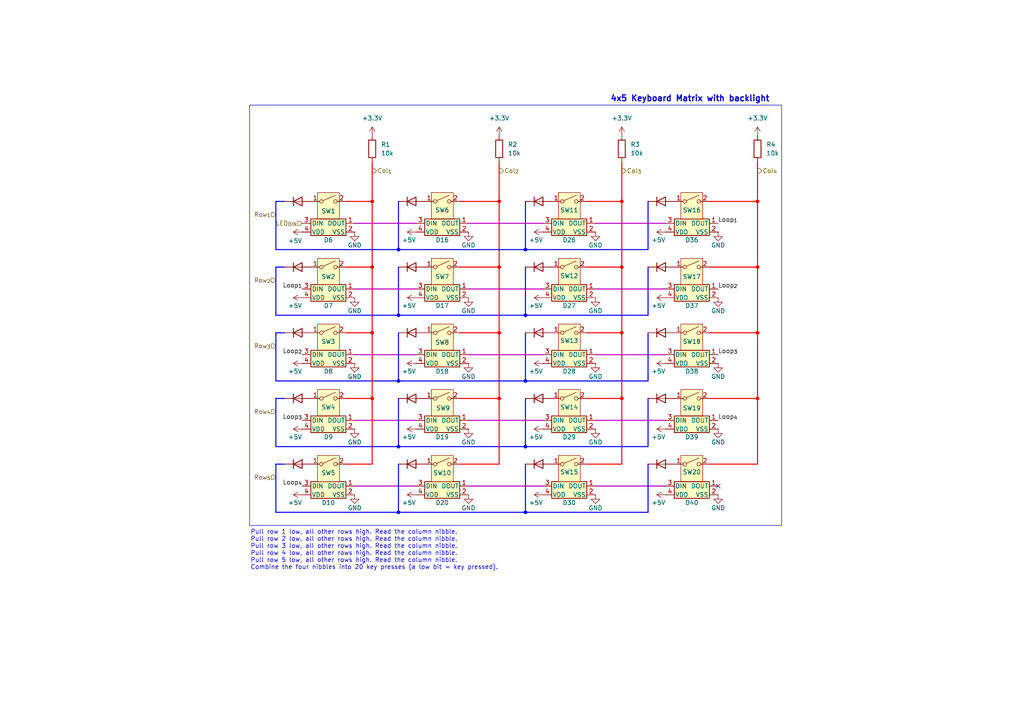
<source format=kicad_sch>
(kicad_sch (version 20231120) (generator "eeschema") (generator_version "8.0")
  (paper "A4")
  (lib_symbols
    (symbol "Device:D" (pin_numbers hide) (pin_names (offset 1.016) hide)
      (property "Reference" "D" (at 0 2.54 0))
      (property "Value" "D" (at 0 -2.54 0))
      (symbol "D_0_1"
        (polyline (pts (xy -1.27 1.27) (xy -1.27 -1.27)) (stroke (width 0.254)))
        (polyline (pts (xy 1.27 0) (xy -1.27 0)))
        (polyline (pts (xy 1.27 1.27) (xy 1.27 -1.27) (xy -1.27 0) (xy 1.27 1.27)) (stroke (width 0.254)))
      )
      (symbol "D_1_1"
        (pin passive line (at -3.81 0 0) (length 2.54) (name "K") (number "1"))
        (pin passive line (at 3.81 0 180) (length 2.54) (name "A") (number "2"))
      )
    )
    (symbol "Device:R" (pin_numbers hide) (pin_names (offset 0))
      (property "Reference" "R" (at 2.032 0 90))
      (property "Value" "R" (at 0 0 90))
      (symbol "R_0_1"
        (rectangle (start -1.016 -2.54) (end 1.016 2.54) (stroke (width 0.254)))
      )
      (symbol "R_1_1"
        (pin passive line (at 0 3.81 270) (length 1.27) (name "~") (number "1"))
        (pin passive line (at 0 -3.81 90) (length 1.27) (name "~") (number "2"))
      )
    )
    (symbol "LED:SK6805" (pin_names (offset 0.254))
      (property "Reference" "D" (at 0 3.302 0))
      (property "Value" "SK6805" (at -4.572 -2.794 0))
      (symbol "SK6805_0_1"
        (rectangle (start -5.08 2.54) (end 5.08 -2.286) (stroke (width 0.254)) (fill (type background)))
      )
      (symbol "SK6805_1_1"
        (pin output line (at 7.62 1.27 180) (length 2.54) (name "DOUT") (number "1"))
        (pin power_in line (at 7.62 -1.27 180) (length 2.54) (name "VSS") (number "2"))
        (pin input line (at -7.62 1.27 0) (length 2.54) (name "DIN") (number "3"))
        (pin power_in line (at -7.62 -1.27 0) (length 2.54) (name "VDD") (number "4"))
      )
    )
    (symbol "Switch:SW_SPST_ALT" (pin_names (offset 1.016) hide)
      (property "Reference" "SW" (at 0 6.35 0))
      (property "Value" "SW_SPST" (at 0 -3.81 0))
      (symbol "SW_SPST_ALT_0_1"
        (circle (center -2.032 2.54) (radius 0.508))
        (polyline (pts (xy -1.524 2.794) (xy 2.032 4.318)))
        (circle (center 2.032 2.54) (radius 0.508))
        (pin passive line (at -5.08 2.54 0) (length 2.54) (name "1") (number "1"))
        (pin passive line (at 5.08 2.54 180) (length 2.54) (name "2") (number "2"))
      )
      (symbol "SW_SPST_ALT_1_1"
        (rectangle (start -3.175 5.08) (end 3.175 -2.54) (fill (type background)))
      )
    )
    (symbol "power:+3.3V" (power) (pin_numbers hide) (pin_names (offset 0) hide)
      (property "Value" "+3.3V" (at 0 3.556 0))
      (symbol "+3.3V_0_1"
        (polyline (pts (xy -0.762 1.27) (xy 0 2.54)))
        (polyline (pts (xy 0 0) (xy 0 2.54)))
        (polyline (pts (xy 0 2.54) (xy 0.762 1.27)))
      )
      (symbol "+3.3V_1_1"
        (pin power_in line (at 0 0 90) (length 0) (name "~") (number "1"))
      )
    )
    (symbol "power:+5V" (power) (pin_numbers hide) (pin_names (offset 0) hide)
      (property "Value" "+5V" (at 0 3.556 0))
      (symbol "+5V_0_1"
        (polyline (pts (xy -0.762 1.27) (xy 0 2.54)))
        (polyline (pts (xy 0 0) (xy 0 2.54)))
        (polyline (pts (xy 0 2.54) (xy 0.762 1.27)))
      )
      (symbol "+5V_1_1"
        (pin power_in line (at 0 0 90) (length 0) (name "~") (number "1"))
      )
    )
    (symbol "power:GND" (power) (pin_numbers hide) (pin_names (offset 0) hide)
      (property "Value" "GND" (at 0 -3.81 0))
      (symbol "GND_0_1"
        (polyline (pts (xy 0 0) (xy 0 -1.27) (xy 1.27 -1.27) (xy 0 -2.54) (xy -1.27 -1.27) (xy 0 -1.27)))
      )
      (symbol "GND_1_1"
        (pin power_in line (at 0 0 270) (length 0) (name "~") (number "1"))
      )
    )
  )
  (junction (at 144.78 96.52) (color 255 0 0 1))
  (junction (at 180.34 58.42) (color 255 0 0 1))
  (junction (at 152.4 91.44) (color 0 0 255 1))
  (junction (at 115.57 91.44) (color 0 0 255 1))
  (junction (at 144.78 77.47) (color 255 0 0 1))
  (junction (at 115.57 148.59) (color 0 0 255 1))
  (junction (at 115.57 72.39) (color 0 0 255 1))
  (junction (at 152.4 129.54) (color 0 0 255 1))
  (junction (at 107.95 58.42) (color 255 0 0 1))
  (junction (at 219.71 58.42) (color 255 0 0 1))
  (junction (at 180.34 115.57) (color 255 0 0 1))
  (junction (at 115.57 129.54) (color 0 0 255 1))
  (junction (at 115.57 110.49) (color 0 0 255 1))
  (junction (at 219.71 96.52) (color 255 0 0 1))
  (junction (at 144.78 58.42) (color 255 0 0 1))
  (junction (at 152.4 148.59) (color 0 0 255 1))
  (junction (at 180.34 77.47) (color 255 0 0 1))
  (junction (at 152.4 110.49) (color 0 0 255 1))
  (junction (at 107.95 96.52) (color 255 0 0 1))
  (junction (at 107.95 115.57) (color 255 0 0 1))
  (junction (at 152.4 72.39) (color 0 0 255 1))
  (junction (at 219.71 77.47) (color 255 0 0 1))
  (junction (at 107.95 77.47) (color 255 0 0 1))
  (junction (at 180.34 96.52) (color 255 0 0 1))
  (junction (at 219.71 115.57) (color 255 0 0 1))
  (junction (at 144.78 115.57) (color 255 0 0 1))
  (no_connect (at 208.28 140.97))
  (wire (pts (xy 187.96 134.62) (xy 187.96 148.59)) (stroke (width 0.3) (color 0 0 255 1)))
  (wire (pts (xy 115.57 148.59) (xy 152.4 148.59)) (stroke (width 0.3) (color 0 0 255 1)))
  (wire (pts (xy 170.18 115.57) (xy 180.34 115.57)) (stroke (width 0.3) (color 255 0 0 1)))
  (wire (pts (xy 80.01 96.52) (xy 80.01 110.49)) (stroke (width 0.3) (color 0 0 255 1)))
  (wire (pts (xy 107.95 58.42) (xy 107.95 77.47)) (stroke (width 0.3) (color 255 0 0 1)))
  (wire (pts (xy 115.57 58.42) (xy 115.57 72.39)) (stroke (width 0.3) (color 0 0 255 1)))
  (wire (pts (xy 180.34 77.47) (xy 180.34 96.52)) (stroke (width 0.3) (color 255 0 0 1)))
  (wire (pts (xy 107.95 96.52) (xy 107.95 115.57)) (stroke (width 0.3) (color 255 0 0 1)))
  (wire (pts (xy 172.72 64.77) (xy 193.04 64.77)) (stroke (width 0.3) (color 194 0 194 1)))
  (wire (pts (xy 172.72 102.87) (xy 193.04 102.87)) (stroke (width 0.3) (color 194 0 194 1)))
  (wire (pts (xy 152.4 72.39) (xy 187.96 72.39)) (stroke (width 0.3) (color 0 0 255 1)))
  (wire (pts (xy 115.57 134.62) (xy 115.57 148.59)) (stroke (width 0.3) (color 0 0 255 1)))
  (wire (pts (xy 180.34 96.52) (xy 180.34 115.57)) (stroke (width 0.3) (color 255 0 0 1)))
  (wire (pts (xy 187.96 72.39) (xy 187.96 58.42)) (stroke (width 0.3) (color 0 0 255 1)))
  (wire (pts (xy 219.71 77.47) (xy 219.71 96.52)) (stroke (width 0.3) (color 255 0 0 1)))
  (wire (pts (xy 133.35 134.62) (xy 144.78 134.62)) (stroke (width 0.3) (color 255 0 0 1)))
  (wire (pts (xy 144.78 115.57) (xy 144.78 134.62)) (stroke (width 0.3) (color 255 0 0 1)))
  (wire (pts (xy 115.57 129.54) (xy 152.4 129.54)) (stroke (width 0.3) (color 0 0 255 1)))
  (wire (pts (xy 152.4 91.44) (xy 187.96 91.44)) (stroke (width 0.3) (color 0 0 255 1)))
  (wire (pts (xy 80.01 72.39) (xy 115.57 72.39)) (stroke (width 0.3) (color 0 0 255 1)))
  (wire (pts (xy 80.01 77.47) (xy 82.55 77.47)) (stroke (width 0.3) (color 0 0 255 1)))
  (wire (pts (xy 187.96 77.47) (xy 187.96 91.44)) (stroke (width 0.3) (color 0 0 255 1)))
  (wire (pts (xy 133.35 58.42) (xy 144.78 58.42)) (stroke (width 0.3) (color 255 0 0 1)))
  (wire (pts (xy 135.89 64.77) (xy 157.48 64.77)) (stroke (width 0.3) (color 194 0 194 1)))
  (wire (pts (xy 80.01 96.52) (xy 82.55 96.52)) (stroke (width 0.3) (color 0 0 255 1)))
  (wire (pts (xy 152.4 134.62) (xy 152.4 148.59)) (stroke (width 0.3) (color 0 0 255 1)))
  (wire (pts (xy 100.33 134.62) (xy 107.95 134.62)) (stroke (width 0.3) (color 255 0 0 1)))
  (wire (pts (xy 115.57 110.49) (xy 152.4 110.49)) (stroke (width 0.3) (color 0 0 255 1)))
  (wire (pts (xy 205.74 96.52) (xy 219.71 96.52)) (stroke (width 0.3) (color 255 0 0 1)))
  (wire (pts (xy 133.35 115.57) (xy 144.78 115.57)) (stroke (width 0.3) (color 255 0 0 1)))
  (wire (pts (xy 219.71 115.57) (xy 219.71 134.62)) (stroke (width 0.3) (color 255 0 0 1)))
  (wire (pts (xy 102.87 121.92) (xy 120.65 121.92)) (stroke (width 0.3) (color 194 0 194 1)))
  (wire (pts (xy 205.74 58.42) (xy 219.71 58.42)) (stroke (width 0.3) (color 255 0 0 1)))
  (wire (pts (xy 100.33 115.57) (xy 107.95 115.57)) (stroke (width 0.3) (color 255 0 0 1)))
  (wire (pts (xy 205.74 115.57) (xy 219.71 115.57)) (stroke (width 0.3) (color 255 0 0 1)))
  (wire (pts (xy 115.57 72.39) (xy 152.4 72.39)) (stroke (width 0.3) (color 0 0 255 1)))
  (wire (pts (xy 135.89 121.92) (xy 157.48 121.92)) (stroke (width 0.3) (color 194 0 194 1)))
  (wire (pts (xy 102.87 83.82) (xy 120.65 83.82)) (stroke (width 0.3) (color 194 0 194 1)))
  (wire (pts (xy 152.4 129.54) (xy 187.96 129.54)) (stroke (width 0.3) (color 0 0 255 1)))
  (wire (pts (xy 205.74 134.62) (xy 219.71 134.62)) (stroke (width 0.3) (color 255 0 0 1)))
  (wire (pts (xy 107.95 77.47) (xy 107.95 96.52)) (stroke (width 0.3) (color 255 0 0 1)))
  (wire (pts (xy 115.57 77.47) (xy 115.57 91.44)) (stroke (width 0.3) (color 0 0 255 1)))
  (wire (pts (xy 172.72 121.92) (xy 193.04 121.92)) (stroke (width 0.3) (color 194 0 194 1)))
  (wire (pts (xy 152.4 96.52) (xy 152.4 110.49)) (stroke (width 0.3) (color 0 0 255 1)))
  (wire (pts (xy 115.57 115.57) (xy 115.57 129.54)) (stroke (width 0.3) (color 0 0 255 1)))
  (wire (pts (xy 152.4 58.42) (xy 152.4 72.39)) (stroke (width 0.3) (color 0 0 255 1)))
  (wire (pts (xy 170.18 77.47) (xy 180.34 77.47)) (stroke (width 0.3) (color 255 0 0 1)))
  (wire (pts (xy 80.01 91.44) (xy 115.57 91.44)) (stroke (width 0.3) (color 0 0 255 1)))
  (wire (pts (xy 115.57 91.44) (xy 152.4 91.44)) (stroke (width 0.3) (color 0 0 255 1)))
  (wire (pts (xy 144.78 77.47) (xy 144.78 96.52)) (stroke (width 0.3) (color 255 0 0 1)))
  (wire (pts (xy 100.33 77.47) (xy 107.95 77.47)) (stroke (width 0.3) (color 255 0 0 1)))
  (wire (pts (xy 187.96 115.57) (xy 187.96 129.54)) (stroke (width 0.3) (color 0 0 255 1)))
  (wire (pts (xy 172.72 83.82) (xy 193.04 83.82)) (stroke (width 0.3) (color 194 0 194 1)))
  (wire (pts (xy 152.4 115.57) (xy 152.4 129.54)) (stroke (width 0.3) (color 0 0 255 1)))
  (wire (pts (xy 102.87 140.97) (xy 120.65 140.97)) (stroke (width 0.3) (color 194 0 194 1)))
  (wire (pts (xy 180.34 115.57) (xy 180.34 134.62)) (stroke (width 0.3) (color 255 0 0 1)))
  (wire (pts (xy 152.4 148.59) (xy 187.96 148.59)) (stroke (width 0.3) (color 0 0 255 1)))
  (wire (pts (xy 205.74 77.47) (xy 219.71 77.47)) (stroke (width 0.3) (color 255 0 0 1)))
  (wire (pts (xy 102.87 64.77) (xy 120.65 64.77)) (stroke (width 0.3) (color 194 0 194 1)))
  (wire (pts (xy 133.35 77.47) (xy 144.78 77.47)) (stroke (width 0.3) (color 255 0 0 1)))
  (wire (pts (xy 80.01 77.47) (xy 80.01 91.44)) (stroke (width 0.3) (color 0 0 255 1)))
  (wire (pts (xy 80.01 110.49) (xy 115.57 110.49)) (stroke (width 0.3) (color 0 0 255 1)))
  (wire (pts (xy 80.01 148.59) (xy 115.57 148.59)) (stroke (width 0.3) (color 0 0 255 1)))
  (wire (pts (xy 172.72 140.97) (xy 193.04 140.97)) (stroke (width 0.3) (color 194 0 194 1)))
  (wire (pts (xy 107.95 46.99) (xy 107.95 58.42)) (stroke (width 0.3) (color 255 0 0 1)))
  (wire (pts (xy 135.89 102.87) (xy 157.48 102.87)) (stroke (width 0.3) (color 194 0 194 1)))
  (wire (pts (xy 219.71 58.42) (xy 219.71 77.47)) (stroke (width 0.3) (color 255 0 0 1)))
  (wire (pts (xy 144.78 46.99) (xy 144.78 58.42)) (stroke (width 0.3) (color 255 0 0 1)))
  (wire (pts (xy 107.95 115.57) (xy 107.95 134.62)) (stroke (width 0.3) (color 255 0 0 1)))
  (wire (pts (xy 102.87 102.87) (xy 120.65 102.87)) (stroke (width 0.3) (color 194 0 194 1)))
  (wire (pts (xy 80.01 129.54) (xy 115.57 129.54)) (stroke (width 0.3) (color 0 0 255 1)))
  (wire (pts (xy 80.01 134.62) (xy 82.55 134.62)) (stroke (width 0.3) (color 0 0 255 1)))
  (wire (pts (xy 133.35 96.52) (xy 144.78 96.52)) (stroke (width 0.3) (color 255 0 0 1)))
  (wire (pts (xy 152.4 110.49) (xy 187.96 110.49)) (stroke (width 0.3) (color 0 0 255 1)))
  (wire (pts (xy 80.01 58.42) (xy 82.55 58.42)) (stroke (width 0.3) (color 0 0 255 1)))
  (wire (pts (xy 144.78 96.52) (xy 144.78 115.57)) (stroke (width 0.3) (color 255 0 0 1)))
  (wire (pts (xy 219.71 96.52) (xy 219.71 115.57)) (stroke (width 0.3) (color 255 0 0 1)))
  (wire (pts (xy 180.34 46.99) (xy 180.34 58.42)) (stroke (width 0.3) (color 255 0 0 1)))
  (wire (pts (xy 100.33 58.42) (xy 107.95 58.42)) (stroke (width 0.3) (color 255 0 0 1)))
  (wire (pts (xy 144.78 58.42) (xy 144.78 77.47)) (stroke (width 0.3) (color 255 0 0 1)))
  (wire (pts (xy 80.01 115.57) (xy 82.55 115.57)) (stroke (width 0.3) (color 0 0 255 1)))
  (wire (pts (xy 152.4 77.47) (xy 152.4 91.44)) (stroke (width 0.3) (color 0 0 255 1)))
  (wire (pts (xy 80.01 58.42) (xy 80.01 72.39)) (stroke (width 0.3) (color 0 0 255 1)))
  (wire (pts (xy 80.01 134.62) (xy 80.01 148.59)) (stroke (width 0.3) (color 0 0 255 1)))
  (wire (pts (xy 135.89 83.82) (xy 157.48 83.82)) (stroke (width 0.3) (color 194 0 194 1)))
  (wire (pts (xy 187.96 96.52) (xy 187.96 110.49)) (stroke (width 0.3) (color 0 0 255 1)))
  (wire (pts (xy 170.18 58.42) (xy 180.34 58.42)) (stroke (width 0.3) (color 255 0 0 1)))
  (wire (pts (xy 219.71 46.99) (xy 219.71 58.42)) (stroke (width 0.3) (color 255 0 0 1)))
  (wire (pts (xy 170.18 96.52) (xy 180.34 96.52)) (stroke (width 0.3) (color 255 0 0 1)))
  (wire (pts (xy 100.33 96.52) (xy 107.95 96.52)) (stroke (width 0.3) (color 255 0 0 1)))
  (wire (pts (xy 80.01 115.57) (xy 80.01 129.54)) (stroke (width 0.3) (color 0 0 255 1)))
  (wire (pts (xy 115.57 96.52) (xy 115.57 110.49)) (stroke (width 0.3) (color 0 0 255 1)))
  (wire (pts (xy 180.34 58.42) (xy 180.34 77.47)) (stroke (width 0.3) (color 255 0 0 1)))
  (wire (pts (xy 170.18 134.62) (xy 180.34 134.62)) (stroke (width 0.3) (color 255 0 0 1)))
  (wire (pts (xy 135.89 140.97) (xy 157.48 140.97)) (stroke (width 0.3) (color 194 0 194 1)))
  (rectangle (start 72.39 30.48) (end 226.695 152.4))
  (text "Pull row 1 low, all other rows high. Read the column nibble.\nPull row 2 low, all other rows high. Read the column nibble.\nPull row 3 low, all other rows high. Read the column nibble.\nPull row 4 low, all other rows high. Read the column nibble.\nPull row 5 low, all other rows high. Read the column nibble.\nCombine the four nibbles into 20 key presses (a low bit = key pressed)." (at 72.644 159.512 0) (effects (font (size 1.27 1.27)) (justify left)))
  (text "4x5 Keyboard Matrix with backlight" (at 200.152 28.702 0) (effects (font (size 1.7 1.7) (thickness 0.34) (bold yes))))
  (label "Loop_{1}" (at 87.63 83.82 180))
  (label "Loop_{3}" (at 208.28 102.87 0))
  (label "Loop_{2}" (at 87.63 102.87 180))
  (label "Loop_{3}" (at 87.63 121.92 180))
  (label "Loop_{2}" (at 208.28 83.82 0))
  (label "Loop_{4}" (at 87.63 140.97 180))
  (label "Loop_{4}" (at 208.28 121.92 0))
  (label "Loop_{1}" (at 208.28 64.77 0))
  (hierarchical_label "Col_{4}" (shape output) (at 219.71 49.53 0))
  (hierarchical_label "LED_{DIN}" (shape input) (at 87.63 64.77 180))
  (hierarchical_label "Row_{5}" (shape input) (at 80.01 138.43 180))
  (hierarchical_label "Row_{1}" (shape input) (at 80.01 62.23 180))
  (hierarchical_label "Col_{1}" (shape output) (at 107.95 49.53 0))
  (hierarchical_label "Row_{2}" (shape input) (at 80.01 81.28 180))
  (hierarchical_label "Row_{4}" (shape input) (at 80.01 119.38 180))
  (hierarchical_label "Col_{2}" (shape output) (at 144.78 49.53 0))
  (hierarchical_label "Row_{3}" (shape input) (at 80.01 100.33 180))
  (hierarchical_label "Col_{3}" (shape output) (at 180.34 49.53 0))
  (symbol (lib_id "Device:D") (at 191.77 115.57 0) (unit 1)
    (property "Reference" "D34" (effects (hide yes)))
    (property "Value" "D" (effects (hide yes)))
    (property "Footprint" "Diode_SMD:D_0402_1005Metric" (effects (hide yes)))
    (property "Description" "Diode" (effects (hide yes)))
    (property "Sim.Device" "D" (effects (hide yes)))
    (property "Sim.Pins" "1=K 2=A" (effects (hide yes)))
  )
  (symbol (lib_id "LED:SK6805") (at 128.27 85.09 0) (unit 1)
    (property "Reference" "D17" (at 128.27 88.646 0))
    (property "Value" "SK6805" (effects (hide yes)))
    (property "Footprint" "LED_SMD:LED_SK6805_PLCC4_2.4x2.7mm_P1.3mm" (effects (hide yes)))
    (property "Datasheet" "https://cdn-shop.adafruit.com/product-files/3484/3484_Datasheet.pdf" (effects (hide yes)))
    (property "Description" "RGB LED with integrated controller" (effects (hide yes)))
  )
  (symbol (lib_id "power:GND") (at 135.89 67.31 0) (unit 1)
    (property "Reference" "#PWR020" (effects (hide yes)))
    (property "Value" "GND" (at 135.89 71.12 0))
    (property "Description" "Power symbol creates a global label with name \"GND\" , ground" (effects (hide yes)))
  )
  (symbol (lib_id "Switch:SW_SPST_ALT") (at 95.25 60.96 0) (unit 1)
    (property "Reference" "SW1" (at 95.25 61.214 0))
    (property "Value" "SW_SPST" (effects (hide yes)))
    (property "Footprint" "PCM_Switch_Keyboard_Hybrid:SW_Hybrid_Cherry_MX_Alps_1.00u" (effects (hide yes)))
    (property "Description" "Single Pole Single Throw (SPST), generic, alternative symbol" (effects (hide yes)))
  )
  (symbol (lib_id "power:+3.3V") (at 144.78 39.37 0) (unit 1)
    (property "Reference" "#PWR025" (effects (hide yes)))
    (property "Value" "+3.3V" (at 144.78 34.29 0))
    (property "Description" "Power symbol creates a global label with name \"+3.3V\"" (effects (hide yes)))
  )
  (symbol (lib_id "LED:SK6805") (at 95.25 142.24 0) (unit 1)
    (property "Reference" "D10" (at 95.25 145.796 0))
    (property "Value" "SK6805" (effects (hide yes)))
    (property "Footprint" "LED_SMD:LED_SK6805_PLCC4_2.4x2.7mm_P1.3mm" (effects (hide yes)))
    (property "Datasheet" "https://cdn-shop.adafruit.com/product-files/3484/3484_Datasheet.pdf" (effects (hide yes)))
    (property "Description" "RGB LED with integrated controller" (effects (hide yes)))
  )
  (symbol (lib_id "power:+5V") (at 120.65 105.41 90) (unit 1)
    (property "Reference" "#PWR017" (effects (hide yes)))
    (property "Value" "+5V" (at 120.65 107.696 90) (effects (justify left)))
    (property "Description" "Power symbol creates a global label with name \"+5V\"" (effects (hide yes)))
  )
  (symbol (lib_id "Device:D") (at 86.36 115.57 0) (unit 1)
    (property "Reference" "D4" (effects (hide yes)))
    (property "Value" "D" (effects (hide yes)))
    (property "Footprint" "Diode_SMD:D_0402_1005Metric" (effects (hide yes)))
    (property "Description" "Diode" (effects (hide yes)))
    (property "Sim.Device" "D" (effects (hide yes)))
    (property "Sim.Pins" "1=K 2=A" (effects (hide yes)))
  )
  (symbol (lib_id "Device:D") (at 191.77 58.42 0) (unit 1)
    (property "Reference" "D31" (effects (hide yes)))
    (property "Value" "D" (effects (hide yes)))
    (property "Footprint" "Diode_SMD:D_0402_1005Metric" (effects (hide yes)))
    (property "Description" "Diode" (effects (hide yes)))
    (property "Sim.Device" "D" (effects (hide yes)))
    (property "Sim.Pins" "1=K 2=A" (effects (hide yes)))
  )
  (symbol (lib_id "Device:R") (at 144.78 43.18 0) (unit 1)
    (property "Reference" "R2" (at 147.32 41.9099 0) (effects (justify left)))
    (property "Value" "10k" (at 147.32 44.4499 0) (effects (justify left)))
    (property "Footprint" "Resistor_SMD:R_0402_1005Metric" (effects (hide yes)))
    (property "Description" "Resistor" (effects (hide yes)))
  )
  (symbol (lib_id "power:GND") (at 135.89 105.41 0) (unit 1)
    (property "Reference" "#PWR022" (effects (hide yes)))
    (property "Value" "GND" (at 135.89 109.22 0))
    (property "Description" "Power symbol creates a global label with name \"GND\" , ground" (effects (hide yes)))
  )
  (symbol (lib_id "Switch:SW_SPST_ALT") (at 95.25 118.11 0) (unit 1)
    (property "Reference" "SW4" (at 95.25 118.11 0))
    (property "Value" "SW_SPST" (effects (hide yes)))
    (property "Footprint" "PCM_Switch_Keyboard_Hybrid:SW_Hybrid_Cherry_MX_Alps_1.00u" (effects (hide yes)))
    (property "Description" "Single Pole Single Throw (SPST), generic, alternative symbol" (effects (hide yes)))
  )
  (symbol (lib_id "Device:D") (at 86.36 96.52 0) (unit 1)
    (property "Reference" "D3" (effects (hide yes)))
    (property "Value" "D" (effects (hide yes)))
    (property "Footprint" "Diode_SMD:D_0402_1005Metric" (effects (hide yes)))
    (property "Description" "Diode" (effects (hide yes)))
    (property "Sim.Device" "D" (effects (hide yes)))
    (property "Sim.Pins" "1=K 2=A" (effects (hide yes)))
  )
  (symbol (lib_id "power:+5V") (at 193.04 143.51 90) (unit 1)
    (property "Reference" "#PWR041" (effects (hide yes)))
    (property "Value" "+5V" (at 193.04 145.796 90) (effects (justify left)))
    (property "Description" "Power symbol creates a global label with name \"+5V\"" (effects (hide yes)))
  )
  (symbol (lib_id "Device:D") (at 86.36 58.42 0) (unit 1)
    (property "Reference" "D1" (effects (hide yes)))
    (property "Value" "D" (effects (hide yes)))
    (property "Footprint" "Diode_SMD:D_0402_1005Metric" (effects (hide yes)))
    (property "Description" "Diode" (effects (hide yes)))
    (property "Sim.Device" "D" (effects (hide yes)))
    (property "Sim.Pins" "1=K 2=A" (effects (hide yes)))
  )
  (symbol (lib_id "Device:R") (at 107.95 43.18 0) (unit 1)
    (property "Reference" "R1" (at 110.49 41.9099 0) (effects (justify left)))
    (property "Value" "10k" (at 110.49 44.4499 0) (effects (justify left)))
    (property "Footprint" "Resistor_SMD:R_0402_1005Metric" (effects (hide yes)))
    (property "Description" "Resistor" (effects (hide yes)))
  )
  (symbol (lib_id "power:GND") (at 135.89 124.46 0) (unit 1)
    (property "Reference" "#PWR023" (effects (hide yes)))
    (property "Value" "GND" (at 135.89 128.27 0))
    (property "Description" "Power symbol creates a global label with name \"GND\" , ground" (effects (hide yes)))
  )
  (symbol (lib_id "LED:SK6805") (at 95.25 66.04 0) (unit 1)
    (property "Reference" "D6" (at 95.25 69.596 0))
    (property "Value" "SK6805" (effects (hide yes)))
    (property "Footprint" "LED_SMD:LED_SK6805_PLCC4_2.4x2.7mm_P1.3mm" (effects (hide yes)))
    (property "Datasheet" "https://cdn-shop.adafruit.com/product-files/3484/3484_Datasheet.pdf" (effects (hide yes)))
    (property "Description" "RGB LED with integrated controller" (effects (hide yes)))
  )
  (symbol (lib_id "power:+5V") (at 157.48 105.41 90) (unit 1)
    (property "Reference" "#PWR028" (effects (hide yes)))
    (property "Value" "+5V" (at 157.48 107.696 90) (effects (justify left)))
    (property "Description" "Power symbol creates a global label with name \"+5V\"" (effects (hide yes)))
  )
  (symbol (lib_id "Switch:SW_SPST_ALT") (at 200.66 99.06 0) (unit 1)
    (property "Reference" "SW18" (at 200.66 99.06 0))
    (property "Value" "SW_SPST" (effects (hide yes)))
    (property "Footprint" "PCM_Switch_Keyboard_Hybrid:SW_Hybrid_Cherry_MX_Alps_1.00u" (effects (hide yes)))
    (property "Description" "Single Pole Single Throw (SPST), generic, alternative symbol" (effects (hide yes)))
  )
  (symbol (lib_id "Switch:SW_SPST_ALT") (at 165.1 99.06 0) (unit 1)
    (property "Reference" "SW13" (at 165.1 98.806 0))
    (property "Value" "SW_SPST" (effects (hide yes)))
    (property "Footprint" "PCM_Switch_Keyboard_Hybrid:SW_Hybrid_Cherry_MX_Alps_1.00u" (effects (hide yes)))
    (property "Description" "Single Pole Single Throw (SPST), generic, alternative symbol" (effects (hide yes)))
  )
  (symbol (lib_id "LED:SK6805") (at 128.27 123.19 0) (unit 1)
    (property "Reference" "D19" (at 128.27 126.746 0))
    (property "Value" "SK6805" (effects (hide yes)))
    (property "Footprint" "LED_SMD:LED_SK6805_PLCC4_2.4x2.7mm_P1.3mm" (effects (hide yes)))
    (property "Datasheet" "https://cdn-shop.adafruit.com/product-files/3484/3484_Datasheet.pdf" (effects (hide yes)))
    (property "Description" "RGB LED with integrated controller" (effects (hide yes)))
  )
  (symbol (lib_id "LED:SK6805") (at 128.27 104.14 0) (unit 1)
    (property "Reference" "D18" (at 128.27 107.696 0))
    (property "Value" "SK6805" (effects (hide yes)))
    (property "Footprint" "LED_SMD:LED_SK6805_PLCC4_2.4x2.7mm_P1.3mm" (effects (hide yes)))
    (property "Datasheet" "https://cdn-shop.adafruit.com/product-files/3484/3484_Datasheet.pdf" (effects (hide yes)))
    (property "Description" "RGB LED with integrated controller" (effects (hide yes)))
  )
  (symbol (lib_id "LED:SK6805") (at 128.27 142.24 0) (unit 1)
    (property "Reference" "D20" (at 128.27 145.796 0))
    (property "Value" "SK6805" (effects (hide yes)))
    (property "Footprint" "LED_SMD:LED_SK6805_PLCC4_2.4x2.7mm_P1.3mm" (effects (hide yes)))
    (property "Datasheet" "https://cdn-shop.adafruit.com/product-files/3484/3484_Datasheet.pdf" (effects (hide yes)))
    (property "Description" "RGB LED with integrated controller" (effects (hide yes)))
  )
  (symbol (lib_id "power:+5V") (at 87.63 86.36 90) (unit 1)
    (property "Reference" "#PWR05" (effects (hide yes)))
    (property "Value" "+5V" (at 87.63 88.646 90) (effects (justify left)))
    (property "Description" "Power symbol creates a global label with name \"+5V\"" (effects (hide yes)))
  )
  (symbol (lib_id "power:GND") (at 208.28 124.46 0) (unit 1)
    (property "Reference" "#PWR045" (effects (hide yes)))
    (property "Value" "GND" (at 208.28 128.27 0))
    (property "Description" "Power symbol creates a global label with name \"GND\" , ground" (effects (hide yes)))
  )
  (symbol (lib_id "power:GND") (at 102.87 124.46 0) (unit 1)
    (property "Reference" "#PWR012" (effects (hide yes)))
    (property "Value" "GND" (at 102.87 128.27 0))
    (property "Description" "Power symbol creates a global label with name \"GND\" , ground" (effects (hide yes)))
  )
  (symbol (lib_id "power:GND") (at 172.72 67.31 0) (unit 1)
    (property "Reference" "#PWR031" (effects (hide yes)))
    (property "Value" "GND" (at 172.72 71.12 0))
    (property "Description" "Power symbol creates a global label with name \"GND\" , ground" (effects (hide yes)))
  )
  (symbol (lib_id "Device:D") (at 156.21 77.47 0) (unit 1)
    (property "Reference" "D22" (effects (hide yes)))
    (property "Value" "D" (effects (hide yes)))
    (property "Footprint" "Diode_SMD:D_0402_1005Metric" (effects (hide yes)))
    (property "Description" "Diode" (effects (hide yes)))
    (property "Sim.Device" "D" (effects (hide yes)))
    (property "Sim.Pins" "1=K 2=A" (effects (hide yes)))
  )
  (symbol (lib_id "Device:D") (at 191.77 77.47 0) (unit 1)
    (property "Reference" "D32" (effects (hide yes)))
    (property "Value" "D" (effects (hide yes)))
    (property "Footprint" "Diode_SMD:D_0402_1005Metric" (effects (hide yes)))
    (property "Description" "Diode" (effects (hide yes)))
    (property "Sim.Device" "D" (effects (hide yes)))
    (property "Sim.Pins" "1=K 2=A" (effects (hide yes)))
  )
  (symbol (lib_id "Device:D") (at 156.21 58.42 0) (unit 1)
    (property "Reference" "D21" (effects (hide yes)))
    (property "Value" "D" (effects (hide yes)))
    (property "Footprint" "Diode_SMD:D_0402_1005Metric" (effects (hide yes)))
    (property "Description" "Diode" (effects (hide yes)))
    (property "Sim.Device" "D" (effects (hide yes)))
    (property "Sim.Pins" "1=K 2=A" (effects (hide yes)))
  )
  (symbol (lib_id "power:+3.3V") (at 107.95 39.37 0) (unit 1)
    (property "Reference" "#PWR014" (effects (hide yes)))
    (property "Value" "+3.3V" (at 107.95 34.29 0))
    (property "Description" "Power symbol creates a global label with name \"+3.3V\"" (effects (hide yes)))
  )
  (symbol (lib_id "LED:SK6805") (at 95.25 104.14 0) (unit 1)
    (property "Reference" "D8" (at 95.25 107.696 0))
    (property "Value" "SK6805" (effects (hide yes)))
    (property "Footprint" "LED_SMD:LED_SK6805_PLCC4_2.4x2.7mm_P1.3mm" (effects (hide yes)))
    (property "Datasheet" "https://cdn-shop.adafruit.com/product-files/3484/3484_Datasheet.pdf" (effects (hide yes)))
    (property "Description" "RGB LED with integrated controller" (effects (hide yes)))
  )
  (symbol (lib_id "LED:SK6805") (at 128.27 66.04 0) (unit 1)
    (property "Reference" "D16" (at 128.27 69.596 0))
    (property "Value" "SK6805" (effects (hide yes)))
    (property "Footprint" "LED_SMD:LED_SK6805_PLCC4_2.4x2.7mm_P1.3mm" (effects (hide yes)))
    (property "Datasheet" "https://cdn-shop.adafruit.com/product-files/3484/3484_Datasheet.pdf" (effects (hide yes)))
    (property "Description" "RGB LED with integrated controller" (effects (hide yes)))
  )
  (symbol (lib_id "power:GND") (at 172.72 86.36 0) (unit 1)
    (property "Reference" "#PWR032" (effects (hide yes)))
    (property "Value" "GND" (at 172.72 90.17 0))
    (property "Description" "Power symbol creates a global label with name \"GND\" , ground" (effects (hide yes)))
  )
  (symbol (lib_id "Device:D") (at 191.77 134.62 0) (unit 1)
    (property "Reference" "D35" (effects (hide yes)))
    (property "Value" "D" (effects (hide yes)))
    (property "Footprint" "Diode_SMD:D_0402_1005Metric" (effects (hide yes)))
    (property "Description" "Diode" (effects (hide yes)))
    (property "Sim.Device" "D" (effects (hide yes)))
    (property "Sim.Pins" "1=K 2=A" (effects (hide yes)))
  )
  (symbol (lib_id "LED:SK6805") (at 165.1 123.19 0) (unit 1)
    (property "Reference" "D29" (at 165.1 126.746 0))
    (property "Value" "SK6805" (effects (hide yes)))
    (property "Footprint" "LED_SMD:LED_SK6805_PLCC4_2.4x2.7mm_P1.3mm" (effects (hide yes)))
    (property "Datasheet" "https://cdn-shop.adafruit.com/product-files/3484/3484_Datasheet.pdf" (effects (hide yes)))
    (property "Description" "RGB LED with integrated controller" (effects (hide yes)))
  )
  (symbol (lib_id "Switch:SW_SPST_ALT") (at 165.1 137.16 0) (unit 1)
    (property "Reference" "SW15" (at 165.1 136.906 0))
    (property "Value" "SW_SPST" (effects (hide yes)))
    (property "Footprint" "PCM_Switch_Keyboard_Hybrid:SW_Hybrid_Cherry_MX_Alps_1.00u" (effects (hide yes)))
    (property "Description" "Single Pole Single Throw (SPST), generic, alternative symbol" (effects (hide yes)))
  )
  (symbol (lib_id "LED:SK6805") (at 165.1 142.24 0) (unit 1)
    (property "Reference" "D30" (at 165.1 145.796 0))
    (property "Value" "SK6805" (effects (hide yes)))
    (property "Footprint" "LED_SMD:LED_SK6805_PLCC4_2.4x2.7mm_P1.3mm" (effects (hide yes)))
    (property "Datasheet" "https://cdn-shop.adafruit.com/product-files/3484/3484_Datasheet.pdf" (effects (hide yes)))
    (property "Description" "RGB LED with integrated controller" (effects (hide yes)))
  )
  (symbol (lib_id "Switch:SW_SPST_ALT") (at 165.1 60.96 0) (unit 1)
    (property "Reference" "SW11" (at 165.1 60.96 0))
    (property "Value" "SW_SPST" (effects (hide yes)))
    (property "Footprint" "PCM_Switch_Keyboard_Hybrid:SW_Hybrid_Cherry_MX_Alps_1.00u" (effects (hide yes)))
    (property "Description" "Single Pole Single Throw (SPST), generic, alternative symbol" (effects (hide yes)))
  )
  (symbol (lib_id "power:+5V") (at 120.65 86.36 90) (unit 1)
    (property "Reference" "#PWR016" (effects (hide yes)))
    (property "Value" "+5V" (at 120.65 88.646 90) (effects (justify left)))
    (property "Description" "Power symbol creates a global label with name \"+5V\"" (effects (hide yes)))
  )
  (symbol (lib_id "Switch:SW_SPST_ALT") (at 95.25 80.01 0) (unit 1)
    (property "Reference" "SW2" (at 95.25 80.264 0))
    (property "Value" "SW_SPST" (effects (hide yes)))
    (property "Footprint" "PCM_Switch_Keyboard_Hybrid:SW_Hybrid_Cherry_MX_Alps_1.00u" (effects (hide yes)))
    (property "Description" "Single Pole Single Throw (SPST), generic, alternative symbol" (effects (hide yes)))
  )
  (symbol (lib_id "Device:D") (at 119.38 115.57 0) (unit 1)
    (property "Reference" "D14" (effects (hide yes)))
    (property "Value" "D" (effects (hide yes)))
    (property "Footprint" "Diode_SMD:D_0402_1005Metric" (effects (hide yes)))
    (property "Description" "Diode" (effects (hide yes)))
    (property "Sim.Device" "D" (effects (hide yes)))
    (property "Sim.Pins" "1=K 2=A" (effects (hide yes)))
  )
  (symbol (lib_id "power:GND") (at 102.87 105.41 0) (unit 1)
    (property "Reference" "#PWR011" (effects (hide yes)))
    (property "Value" "GND" (at 102.87 109.22 0))
    (property "Description" "Power symbol creates a global label with name \"GND\" , ground" (effects (hide yes)))
  )
  (symbol (lib_id "power:GND") (at 135.89 143.51 0) (unit 1)
    (property "Reference" "#PWR024" (effects (hide yes)))
    (property "Value" "GND" (at 135.89 147.32 0))
    (property "Description" "Power symbol creates a global label with name \"GND\" , ground" (effects (hide yes)))
  )
  (symbol (lib_id "power:+5V") (at 193.04 86.36 90) (unit 1)
    (property "Reference" "#PWR038" (effects (hide yes)))
    (property "Value" "+5V" (at 193.04 88.646 90) (effects (justify left)))
    (property "Description" "Power symbol creates a global label with name \"+5V\"" (effects (hide yes)))
  )
  (symbol (lib_id "Switch:SW_SPST_ALT") (at 165.1 118.11 0) (unit 1)
    (property "Reference" "SW14" (at 165.1 118.11 0))
    (property "Value" "SW_SPST" (effects (hide yes)))
    (property "Footprint" "PCM_Switch_Keyboard_Hybrid:SW_Hybrid_Cherry_MX_Alps_1.00u" (effects (hide yes)))
    (property "Description" "Single Pole Single Throw (SPST), generic, alternative symbol" (effects (hide yes)))
  )
  (symbol (lib_id "Switch:SW_SPST_ALT") (at 128.27 137.16 0) (unit 1)
    (property "Reference" "SW10" (at 128.27 137.16 0))
    (property "Value" "SW_SPST" (effects (hide yes)))
    (property "Footprint" "PCM_Switch_Keyboard_Hybrid:SW_Hybrid_Cherry_MX_Alps_1.00u" (effects (hide yes)))
    (property "Description" "Single Pole Single Throw (SPST), generic, alternative symbol" (effects (hide yes)))
  )
  (symbol (lib_id "power:+5V") (at 120.65 143.51 90) (unit 1)
    (property "Reference" "#PWR019" (effects (hide yes)))
    (property "Value" "+5V" (at 120.65 145.796 90) (effects (justify left)))
    (property "Description" "Power symbol creates a global label with name \"+5V\"" (effects (hide yes)))
  )
  (symbol (lib_id "power:GND") (at 208.28 143.51 0) (unit 1)
    (property "Reference" "#PWR046" (effects (hide yes)))
    (property "Value" "GND" (at 208.28 147.32 0))
    (property "Description" "Power symbol creates a global label with name \"GND\" , ground" (effects (hide yes)))
  )
  (symbol (lib_id "power:+5V") (at 87.63 105.41 90) (unit 1)
    (property "Reference" "#PWR06" (effects (hide yes)))
    (property "Value" "+5V" (at 87.63 107.696 90) (effects (justify left)))
    (property "Description" "Power symbol creates a global label with name \"+5V\"" (effects (hide yes)))
  )
  (symbol (lib_id "power:+3.3V") (at 180.34 39.37 0) (unit 1)
    (property "Reference" "#PWR036" (effects (hide yes)))
    (property "Value" "+3.3V" (at 180.34 34.29 0))
    (property "Description" "Power symbol creates a global label with name \"+3.3V\"" (effects (hide yes)))
  )
  (symbol (lib_id "power:GND") (at 208.28 86.36 0) (unit 1)
    (property "Reference" "#PWR043" (effects (hide yes)))
    (property "Value" "GND" (at 208.28 90.17 0))
    (property "Description" "Power symbol creates a global label with name \"GND\" , ground" (effects (hide yes)))
  )
  (symbol (lib_id "power:GND") (at 172.72 105.41 0) (unit 1)
    (property "Reference" "#PWR033" (effects (hide yes)))
    (property "Value" "GND" (at 172.72 109.22 0))
    (property "Description" "Power symbol creates a global label with name \"GND\" , ground" (effects (hide yes)))
  )
  (symbol (lib_id "Switch:SW_SPST_ALT") (at 128.27 80.01 0) (unit 1)
    (property "Reference" "SW7" (at 128.27 80.264 0))
    (property "Value" "SW_SPST" (effects (hide yes)))
    (property "Footprint" "PCM_Switch_Keyboard_Hybrid:SW_Hybrid_Cherry_MX_Alps_1.00u" (effects (hide yes)))
    (property "Description" "Single Pole Single Throw (SPST), generic, alternative symbol" (effects (hide yes)))
  )
  (symbol (lib_id "Switch:SW_SPST_ALT") (at 128.27 60.96 0) (unit 1)
    (property "Reference" "SW6" (at 128.27 60.96 0))
    (property "Value" "SW_SPST" (effects (hide yes)))
    (property "Footprint" "PCM_Switch_Keyboard_Hybrid:SW_Hybrid_Cherry_MX_Alps_1.00u" (effects (hide yes)))
    (property "Description" "Single Pole Single Throw (SPST), generic, alternative symbol" (effects (hide yes)))
  )
  (symbol (lib_id "Device:D") (at 119.38 58.42 0) (unit 1)
    (property "Reference" "D11" (effects (hide yes)))
    (property "Value" "D" (effects (hide yes)))
    (property "Footprint" "Diode_SMD:D_0402_1005Metric" (effects (hide yes)))
    (property "Description" "Diode" (effects (hide yes)))
    (property "Sim.Device" "D" (effects (hide yes)))
    (property "Sim.Pins" "1=K 2=A" (effects (hide yes)))
  )
  (symbol (lib_id "Switch:SW_SPST_ALT") (at 95.25 99.06 0) (unit 1)
    (property "Reference" "SW3" (at 95.25 99.06 0))
    (property "Value" "SW_SPST" (effects (hide yes)))
    (property "Footprint" "PCM_Switch_Keyboard_Hybrid:SW_Hybrid_Cherry_MX_Alps_1.00u" (effects (hide yes)))
    (property "Description" "Single Pole Single Throw (SPST), generic, alternative symbol" (effects (hide yes)))
  )
  (symbol (lib_id "LED:SK6805") (at 165.1 104.14 0) (unit 1)
    (property "Reference" "D28" (at 165.1 107.696 0))
    (property "Value" "SK6805" (effects (hide yes)))
    (property "Footprint" "LED_SMD:LED_SK6805_PLCC4_2.4x2.7mm_P1.3mm" (effects (hide yes)))
    (property "Datasheet" "https://cdn-shop.adafruit.com/product-files/3484/3484_Datasheet.pdf" (effects (hide yes)))
    (property "Description" "RGB LED with integrated controller" (effects (hide yes)))
  )
  (symbol (lib_id "Device:R") (at 180.34 43.18 0) (unit 1)
    (property "Reference" "R3" (at 182.88 41.9099 0) (effects (justify left)))
    (property "Value" "10k" (at 182.88 44.4499 0) (effects (justify left)))
    (property "Footprint" "Resistor_SMD:R_0402_1005Metric" (effects (hide yes)))
    (property "Description" "Resistor" (effects (hide yes)))
  )
  (symbol (lib_id "LED:SK6805") (at 165.1 66.04 0) (unit 1)
    (property "Reference" "D26" (at 165.1 69.596 0))
    (property "Value" "SK6805" (effects (hide yes)))
    (property "Footprint" "LED_SMD:LED_SK6805_PLCC4_2.4x2.7mm_P1.3mm" (effects (hide yes)))
    (property "Datasheet" "https://cdn-shop.adafruit.com/product-files/3484/3484_Datasheet.pdf" (effects (hide yes)))
    (property "Description" "RGB LED with integrated controller" (effects (hide yes)))
  )
  (symbol (lib_id "Switch:SW_SPST_ALT") (at 200.66 118.11 0) (unit 1)
    (property "Reference" "SW19" (at 200.66 118.364 0))
    (property "Value" "SW_SPST" (effects (hide yes)))
    (property "Footprint" "PCM_Switch_Keyboard_Hybrid:SW_Hybrid_Cherry_MX_Alps_1.00u" (effects (hide yes)))
    (property "Description" "Single Pole Single Throw (SPST), generic, alternative symbol" (effects (hide yes)))
  )
  (symbol (lib_id "power:+5V") (at 157.48 86.36 90) (unit 1)
    (property "Reference" "#PWR027" (effects (hide yes)))
    (property "Value" "+5V" (at 157.48 88.646 90) (effects (justify left)))
    (property "Description" "Power symbol creates a global label with name \"+5V\"" (effects (hide yes)))
  )
  (symbol (lib_id "power:+5V") (at 193.04 124.46 90) (unit 1)
    (property "Reference" "#PWR040" (effects (hide yes)))
    (property "Value" "+5V" (at 193.04 126.746 90) (effects (justify left)))
    (property "Description" "Power symbol creates a global label with name \"+5V\"" (effects (hide yes)))
  )
  (symbol (lib_id "power:+5V") (at 87.63 143.51 90) (unit 1)
    (property "Reference" "#PWR08" (effects (hide yes)))
    (property "Value" "+5V" (at 87.63 145.796 90) (effects (justify left)))
    (property "Description" "Power symbol creates a global label with name \"+5V\"" (effects (hide yes)))
  )
  (symbol (lib_id "power:+5V") (at 157.48 124.46 90) (unit 1)
    (property "Reference" "#PWR029" (effects (hide yes)))
    (property "Value" "+5V" (at 157.48 126.746 90) (effects (justify left)))
    (property "Description" "Power symbol creates a global label with name \"+5V\"" (effects (hide yes)))
  )
  (symbol (lib_id "LED:SK6805") (at 200.66 66.04 0) (unit 1)
    (property "Reference" "D36" (at 200.66 69.596 0))
    (property "Value" "SK6805" (effects (hide yes)))
    (property "Footprint" "LED_SMD:LED_SK6805_PLCC4_2.4x2.7mm_P1.3mm" (effects (hide yes)))
    (property "Datasheet" "https://cdn-shop.adafruit.com/product-files/3484/3484_Datasheet.pdf" (effects (hide yes)))
    (property "Description" "RGB LED with integrated controller" (effects (hide yes)))
  )
  (symbol (lib_id "Device:D") (at 156.21 96.52 0) (unit 1)
    (property "Reference" "D23" (effects (hide yes)))
    (property "Value" "D" (effects (hide yes)))
    (property "Footprint" "Diode_SMD:D_0402_1005Metric" (effects (hide yes)))
    (property "Description" "Diode" (effects (hide yes)))
    (property "Sim.Device" "D" (effects (hide yes)))
    (property "Sim.Pins" "1=K 2=A" (effects (hide yes)))
  )
  (symbol (lib_id "Switch:SW_SPST_ALT") (at 165.1 80.01 0) (unit 1)
    (property "Reference" "SW12" (at 165.1 80.01 0))
    (property "Value" "SW_SPST" (effects (hide yes)))
    (property "Footprint" "PCM_Switch_Keyboard_Hybrid:SW_Hybrid_Cherry_MX_Alps_1.00u" (effects (hide yes)))
    (property "Description" "Single Pole Single Throw (SPST), generic, alternative symbol" (effects (hide yes)))
  )
  (symbol (lib_id "Switch:SW_SPST_ALT") (at 200.66 80.01 0) (unit 1)
    (property "Reference" "SW17" (at 200.66 80.264 0))
    (property "Value" "SW_SPST" (effects (hide yes)))
    (property "Footprint" "PCM_Switch_Keyboard_Hybrid:SW_Hybrid_Cherry_MX_Alps_1.00u" (effects (hide yes)))
    (property "Description" "Single Pole Single Throw (SPST), generic, alternative symbol" (effects (hide yes)))
  )
  (symbol (lib_id "power:+5V") (at 120.65 67.31 90) (unit 1)
    (property "Reference" "#PWR015" (effects (hide yes)))
    (property "Value" "+5V" (at 120.65 69.596 90) (effects (justify left)))
    (property "Description" "Power symbol creates a global label with name \"+5V\"" (effects (hide yes)))
  )
  (symbol (lib_id "power:GND") (at 208.28 67.31 0) (unit 1)
    (property "Reference" "#PWR042" (effects (hide yes)))
    (property "Value" "GND" (at 208.28 71.12 0))
    (property "Description" "Power symbol creates a global label with name \"GND\" , ground" (effects (hide yes)))
  )
  (symbol (lib_id "power:+5V") (at 87.63 124.46 90) (unit 1)
    (property "Reference" "#PWR07" (effects (hide yes)))
    (property "Value" "+5V" (at 87.63 126.746 90) (effects (justify left)))
    (property "Description" "Power symbol creates a global label with name \"+5V\"" (effects (hide yes)))
  )
  (symbol (lib_id "Device:D") (at 156.21 134.62 0) (unit 1)
    (property "Reference" "D25" (effects (hide yes)))
    (property "Value" "D" (effects (hide yes)))
    (property "Footprint" "Diode_SMD:D_0402_1005Metric" (effects (hide yes)))
    (property "Description" "Diode" (effects (hide yes)))
    (property "Sim.Device" "D" (effects (hide yes)))
    (property "Sim.Pins" "1=K 2=A" (effects (hide yes)))
  )
  (symbol (lib_id "Device:D") (at 191.77 96.52 0) (unit 1)
    (property "Reference" "D33" (effects (hide yes)))
    (property "Value" "D" (effects (hide yes)))
    (property "Footprint" "Diode_SMD:D_0402_1005Metric" (effects (hide yes)))
    (property "Description" "Diode" (effects (hide yes)))
    (property "Sim.Device" "D" (effects (hide yes)))
    (property "Sim.Pins" "1=K 2=A" (effects (hide yes)))
  )
  (symbol (lib_id "power:GND") (at 135.89 86.36 0) (unit 1)
    (property "Reference" "#PWR021" (effects (hide yes)))
    (property "Value" "GND" (at 135.89 90.17 0))
    (property "Description" "Power symbol creates a global label with name \"GND\" , ground" (effects (hide yes)))
  )
  (symbol (lib_id "power:GND") (at 102.87 67.31 0) (unit 1)
    (property "Reference" "#PWR09" (effects (hide yes)))
    (property "Value" "GND" (at 102.87 71.12 0))
    (property "Description" "Power symbol creates a global label with name \"GND\" , ground" (effects (hide yes)))
  )
  (symbol (lib_id "LED:SK6805") (at 200.66 104.14 0) (unit 1)
    (property "Reference" "D38" (at 200.66 107.696 0))
    (property "Value" "SK6805" (effects (hide yes)))
    (property "Footprint" "LED_SMD:LED_SK6805_PLCC4_2.4x2.7mm_P1.3mm" (effects (hide yes)))
    (property "Datasheet" "https://cdn-shop.adafruit.com/product-files/3484/3484_Datasheet.pdf" (effects (hide yes)))
    (property "Description" "RGB LED with integrated controller" (effects (hide yes)))
  )
  (symbol (lib_id "Device:D") (at 86.36 134.62 0) (unit 1)
    (property "Reference" "D5" (effects (hide yes)))
    (property "Value" "D" (effects (hide yes)))
    (property "Footprint" "Diode_SMD:D_0402_1005Metric" (effects (hide yes)))
    (property "Description" "Diode" (effects (hide yes)))
    (property "Sim.Device" "D" (effects (hide yes)))
    (property "Sim.Pins" "1=K 2=A" (effects (hide yes)))
  )
  (symbol (lib_id "LED:SK6805") (at 200.66 142.24 0) (unit 1)
    (property "Reference" "D40" (at 200.66 145.796 0))
    (property "Value" "SK6805" (effects (hide yes)))
    (property "Footprint" "LED_SMD:LED_SK6805_PLCC4_2.4x2.7mm_P1.3mm" (effects (hide yes)))
    (property "Datasheet" "https://cdn-shop.adafruit.com/product-files/3484/3484_Datasheet.pdf" (effects (hide yes)))
    (property "Description" "RGB LED with integrated controller" (effects (hide yes)))
  )
  (symbol (lib_id "Switch:SW_SPST_ALT") (at 128.27 99.06 0) (unit 1)
    (property "Reference" "SW8" (at 128.27 99.314 0))
    (property "Value" "SW_SPST" (effects (hide yes)))
    (property "Footprint" "PCM_Switch_Keyboard_Hybrid:SW_Hybrid_Cherry_MX_Alps_1.00u" (effects (hide yes)))
    (property "Description" "Single Pole Single Throw (SPST), generic, alternative symbol" (effects (hide yes)))
  )
  (symbol (lib_id "power:GND") (at 102.87 86.36 0) (unit 1)
    (property "Reference" "#PWR010" (effects (hide yes)))
    (property "Value" "GND" (at 102.87 90.17 0))
    (property "Description" "Power symbol creates a global label with name \"GND\" , ground" (effects (hide yes)))
  )
  (symbol (lib_id "LED:SK6805") (at 165.1 85.09 0) (unit 1)
    (property "Reference" "D27" (at 165.1 88.646 0))
    (property "Value" "SK6805" (effects (hide yes)))
    (property "Footprint" "LED_SMD:LED_SK6805_PLCC4_2.4x2.7mm_P1.3mm" (effects (hide yes)))
    (property "Datasheet" "https://cdn-shop.adafruit.com/product-files/3484/3484_Datasheet.pdf" (effects (hide yes)))
    (property "Description" "RGB LED with integrated controller" (effects (hide yes)))
  )
  (symbol (lib_id "power:+5V") (at 193.04 67.31 90) (unit 1)
    (property "Reference" "#PWR037" (effects (hide yes)))
    (property "Value" "+5V" (at 193.04 69.596 90) (effects (justify left)))
    (property "Description" "Power symbol creates a global label with name \"+5V\"" (effects (hide yes)))
  )
  (symbol (lib_id "power:GND") (at 208.28 105.41 0) (unit 1)
    (property "Reference" "#PWR044" (effects (hide yes)))
    (property "Value" "GND" (at 208.28 109.22 0))
    (property "Description" "Power symbol creates a global label with name \"GND\" , ground" (effects (hide yes)))
  )
  (symbol (lib_id "power:GND") (at 102.87 143.51 0) (unit 1)
    (property "Reference" "#PWR013" (effects (hide yes)))
    (property "Value" "GND" (at 102.87 147.32 0))
    (property "Description" "Power symbol creates a global label with name \"GND\" , ground" (effects (hide yes)))
  )
  (symbol (lib_id "Switch:SW_SPST_ALT") (at 95.25 137.16 0) (unit 1)
    (property "Reference" "SW5" (at 95.25 137.16 0))
    (property "Value" "SW_SPST" (effects (hide yes)))
    (property "Footprint" "PCM_Switch_Keyboard_Hybrid:SW_Hybrid_Cherry_MX_Alps_1.00u" (effects (hide yes)))
    (property "Description" "Single Pole Single Throw (SPST), generic, alternative symbol" (effects (hide yes)))
  )
  (symbol (lib_id "LED:SK6805") (at 200.66 85.09 0) (unit 1)
    (property "Reference" "D37" (at 200.66 88.646 0))
    (property "Value" "SK6805" (effects (hide yes)))
    (property "Footprint" "LED_SMD:LED_SK6805_PLCC4_2.4x2.7mm_P1.3mm" (effects (hide yes)))
    (property "Datasheet" "https://cdn-shop.adafruit.com/product-files/3484/3484_Datasheet.pdf" (effects (hide yes)))
    (property "Description" "RGB LED with integrated controller" (effects (hide yes)))
  )
  (symbol (lib_id "LED:SK6805") (at 200.66 123.19 0) (unit 1)
    (property "Reference" "D39" (at 200.66 126.746 0))
    (property "Value" "SK6805" (effects (hide yes)))
    (property "Footprint" "LED_SMD:LED_SK6805_PLCC4_2.4x2.7mm_P1.3mm" (effects (hide yes)))
    (property "Datasheet" "https://cdn-shop.adafruit.com/product-files/3484/3484_Datasheet.pdf" (effects (hide yes)))
    (property "Description" "RGB LED with integrated controller" (effects (hide yes)))
  )
  (symbol (lib_id "Switch:SW_SPST_ALT") (at 200.66 60.96 0) (unit 1)
    (property "Reference" "SW16" (at 200.66 60.96 0))
    (property "Value" "SW_SPST" (effects (hide yes)))
    (property "Footprint" "PCM_Switch_Keyboard_Hybrid:SW_Hybrid_Cherry_MX_Alps_1.00u" (effects (hide yes)))
    (property "Description" "Single Pole Single Throw (SPST), generic, alternative symbol" (effects (hide yes)))
  )
  (symbol (lib_id "power:GND") (at 172.72 143.51 0) (unit 1)
    (property "Reference" "#PWR035" (effects (hide yes)))
    (property "Value" "GND" (at 172.72 147.32 0))
    (property "Description" "Power symbol creates a global label with name \"GND\" , ground" (effects (hide yes)))
  )
  (symbol (lib_id "power:+5V") (at 193.04 105.41 90) (unit 1)
    (property "Reference" "#PWR039" (effects (hide yes)))
    (property "Value" "+5V" (at 193.04 107.696 90) (effects (justify left)))
    (property "Description" "Power symbol creates a global label with name \"+5V\"" (effects (hide yes)))
  )
  (symbol (lib_id "power:+5V") (at 157.48 67.31 90) (unit 1)
    (property "Reference" "#PWR026" (effects (hide yes)))
    (property "Value" "+5V" (at 157.48 69.596 90) (effects (justify left)))
    (property "Description" "Power symbol creates a global label with name \"+5V\"" (effects (hide yes)))
  )
  (symbol (lib_id "Switch:SW_SPST_ALT") (at 200.66 137.16 0) (unit 1)
    (property "Reference" "SW20" (at 200.66 136.906 0))
    (property "Value" "SW_SPST" (effects (hide yes)))
    (property "Footprint" "PCM_Switch_Keyboard_Hybrid:SW_Hybrid_Cherry_MX_Alps_1.00u" (effects (hide yes)))
    (property "Description" "Single Pole Single Throw (SPST), generic, alternative symbol" (effects (hide yes)))
  )
  (symbol (lib_id "Device:R") (at 219.71 43.18 0) (unit 1)
    (property "Reference" "R4" (at 222.25 41.9099 0) (effects (justify left)))
    (property "Value" "10k" (at 222.25 44.4499 0) (effects (justify left)))
    (property "Footprint" "Resistor_SMD:R_0402_1005Metric" (effects (hide yes)))
    (property "Description" "Resistor" (effects (hide yes)))
  )
  (symbol (lib_id "power:+3.3V") (at 219.71 39.37 0) (unit 1)
    (property "Reference" "#PWR047" (effects (hide yes)))
    (property "Value" "+3.3V" (at 219.71 34.29 0))
    (property "Description" "Power symbol creates a global label with name \"+3.3V\"" (effects (hide yes)))
  )
  (symbol (lib_id "Device:D") (at 86.36 77.47 0) (unit 1)
    (property "Reference" "D2" (effects (hide yes)))
    (property "Value" "D" (effects (hide yes)))
    (property "Footprint" "Diode_SMD:D_0402_1005Metric" (effects (hide yes)))
    (property "Description" "Diode" (effects (hide yes)))
    (property "Sim.Device" "D" (effects (hide yes)))
    (property "Sim.Pins" "1=K 2=A" (effects (hide yes)))
  )
  (symbol (lib_id "power:GND") (at 172.72 124.46 0) (unit 1)
    (property "Reference" "#PWR034" (effects (hide yes)))
    (property "Value" "GND" (at 172.72 128.27 0))
    (property "Description" "Power symbol creates a global label with name \"GND\" , ground" (effects (hide yes)))
  )
  (symbol (lib_id "Device:D") (at 119.38 96.52 0) (unit 1)
    (property "Reference" "D13" (effects (hide yes)))
    (property "Value" "D" (effects (hide yes)))
    (property "Footprint" "Diode_SMD:D_0402_1005Metric" (effects (hide yes)))
    (property "Description" "Diode" (effects (hide yes)))
    (property "Sim.Device" "D" (effects (hide yes)))
    (property "Sim.Pins" "1=K 2=A" (effects (hide yes)))
  )
  (symbol (lib_id "power:+5V") (at 120.65 124.46 90) (unit 1)
    (property "Reference" "#PWR018" (effects (hide yes)))
    (property "Value" "+5V" (at 120.65 126.746 90) (effects (justify left)))
    (property "Description" "Power symbol creates a global label with name \"+5V\"" (effects (hide yes)))
  )
  (symbol (lib_id "LED:SK6805") (at 95.25 123.19 0) (unit 1)
    (property "Reference" "D9" (at 95.25 126.746 0))
    (property "Value" "SK6805" (effects (hide yes)))
    (property "Footprint" "LED_SMD:LED_SK6805_PLCC4_2.4x2.7mm_P1.3mm" (effects (hide yes)))
    (property "Datasheet" "https://cdn-shop.adafruit.com/product-files/3484/3484_Datasheet.pdf" (effects (hide yes)))
    (property "Description" "RGB LED with integrated controller" (effects (hide yes)))
  )
  (symbol (lib_id "LED:SK6805") (at 95.25 85.09 0) (unit 1)
    (property "Reference" "D7" (at 95.25 88.646 0))
    (property "Value" "SK6805" (effects (hide yes)))
    (property "Footprint" "LED_SMD:LED_SK6805_PLCC4_2.4x2.7mm_P1.3mm" (effects (hide yes)))
    (property "Datasheet" "https://cdn-shop.adafruit.com/product-files/3484/3484_Datasheet.pdf" (effects (hide yes)))
    (property "Description" "RGB LED with integrated controller" (effects (hide yes)))
  )
  (symbol (lib_id "Device:D") (at 156.21 115.57 0) (unit 1)
    (property "Reference" "D24" (effects (hide yes)))
    (property "Value" "D" (effects (hide yes)))
    (property "Footprint" "Diode_SMD:D_0402_1005Metric" (effects (hide yes)))
    (property "Description" "Diode" (effects (hide yes)))
    (property "Sim.Device" "D" (effects (hide yes)))
    (property "Sim.Pins" "1=K 2=A" (effects (hide yes)))
  )
  (symbol (lib_id "Device:D") (at 119.38 134.62 0) (unit 1)
    (property "Reference" "D15" (effects (hide yes)))
    (property "Value" "D" (effects (hide yes)))
    (property "Footprint" "Diode_SMD:D_0402_1005Metric" (effects (hide yes)))
    (property "Description" "Diode" (effects (hide yes)))
    (property "Sim.Device" "D" (effects (hide yes)))
    (property "Sim.Pins" "1=K 2=A" (effects (hide yes)))
  )
  (symbol (lib_id "Device:D") (at 119.38 77.47 0) (unit 1)
    (property "Reference" "D12" (effects (hide yes)))
    (property "Value" "D" (effects (hide yes)))
    (property "Footprint" "Diode_SMD:D_0402_1005Metric" (effects (hide yes)))
    (property "Description" "Diode" (effects (hide yes)))
    (property "Sim.Device" "D" (effects (hide yes)))
    (property "Sim.Pins" "1=K 2=A" (effects (hide yes)))
  )
  (symbol (lib_id "Switch:SW_SPST_ALT") (at 128.27 118.11 0) (unit 1)
    (property "Reference" "SW9" (at 128.524 118.364 0))
    (property "Value" "SW_SPST" (effects (hide yes)))
    (property "Footprint" "PCM_Switch_Keyboard_Hybrid:SW_Hybrid_Cherry_MX_Alps_1.00u" (effects (hide yes)))
    (property "Description" "Single Pole Single Throw (SPST), generic, alternative symbol" (effects (hide yes)))
  )
  (symbol (lib_id "power:+5V") (at 87.63 67.31 90) (unit 1)
    (property "Reference" "#PWR04" (effects (hide yes)))
    (property "Value" "+5V" (at 87.63 69.85 90) (effects (justify left)))
    (property "Description" "Power symbol creates a global label with name \"+5V\"" (effects (hide yes)))
  )
  (symbol (lib_id "power:+5V") (at 157.48 143.51 90) (unit 1)
    (property "Reference" "#PWR030" (effects (hide yes)))
    (property "Value" "+5V" (at 157.48 145.796 90) (effects (justify left)))
    (property "Description" "Power symbol creates a global label with name \"+5V\"" (effects (hide yes)))
  )
)
</source>
